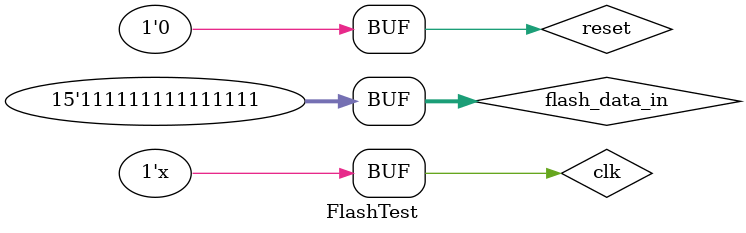
<source format=v>
module FlashTest();

reg clk;
reg reset; // high active
reg [14:0] flash_data_in;
wire [6:0] seg_out;
wire [7:0] seg_ctrl;
wire [3:0] flash_dq;
wire flash_cs;

reg flash_en;
reg flash_write;
reg [23:0] flash_addr;
// reg [31:0] flash_data_in;
reg [7:0] counter;

wire [11:0] state_to_cpu;
// wire [31:0] flash_data_out;

wire SI;
wire tri_si;
wire [3:0] quad_io;
wire [31:0] buffer_val;

initial begin
    reset = 1;
    clk = 0;
    #10;
    reset = 0;
    flash_data_in = 15'h7fff;
end

always begin
    #1;
    clk = ~clk;
end

always @ (posedge clk) begin
    if(reset) begin
        flash_en <= 0;
        flash_write <= 0;
        flash_addr <= 0;
        // flash_data_in <= 0;
        counter <= 0;
    end
    else begin
        flash_en <= 1;
        counter <= counter + 1;
        if (counter == 1) begin
            flash_addr <= flash_addr + 24'd4;
        end
    end
end

STARTUPE2 #(
	.PROG_USR("FALSE"),  // Activate program event security feature. Requires encrypted bitstreams.
	.SIM_CCLK_FREQ(10.0)  // Set the Configuration Clock Frequency(ns) for simulation.
)
STARTUPE2_inst (
	.CFGCLK(),              // 1-bit output: Configuration main clock output
	.CFGMCLK(),             // 1-bit output: Configuration internal oscillator clock output
	.EOS(EOS),              // 1-bit output: Active high output signal indicating the End Of Startup.
	.PREQ(),                // 1-bit output: PROGRAM request to fabric output
	.CLK(1'b0),             // 1-bit input: User start-up clock input
	.GSR(1'b0),             // 1-bit input: Global Set/Reset input (GSR cannot be used for the port name)
	.GTS(1'b0),             // 1-bit input: Global 3-state input (GTS cannot be used for the port name)
	.KEYCLEARB(1'b0),       // 1-bit input: Clear AES Decrypter Key input from Battery-Backed RAM (BBRAM)
	.PACK(1'b0),             // 1-bit input: PROGRAM acknowledge input
	.USRCCLKO(~clk),   // 1-bit input: User CCLK input
	.USRCCLKTS(1'b0), // 1-bit input: User CCLK 3-state enable input
	.USRDONEO(1'b1),   // 1-bit input: User DONE pin output control
	.USRDONETS(1'b1)  // 1-bit input: User DONE 3-state enable output
);

SPIFlashModule SPIFlashModule(
	.clk(clk),
	.reset(reset),
	.io_flash_en(flash_en),
	.io_flash_write(flash_write),
	.io_quad_io(quad_io),
	.io_flash_addr(flash_addr),
	.io_flash_data_in( {17'd0, flash_data_in} ),
	.io_flash_data_out(buffer_val),
	.io_state_to_cpu(state_to_cpu),
	.io_SI(SI),
	.io_tri_si(tri_si),
	.io_cs(flash_cs)
);

assign flash_dq[3:0] = tri_si ? 4'bzzzz : {3'd0, SI};
assign quad_io[3:0] = tri_si ? flash_dq[3:0] : 4'bzzzz;

seg_ctrl sc(
	.clk(clk),
	.hex1(state_to_cpu[0*4+3 : 0*4+0]),
	.hex2(state_to_cpu[1*4+3 : 1*4+0]),
    .hex3({1'b0, state_to_cpu[2*4+2 : 2*4+0]}),
	.hex4(buffer_val[3*4+3 : 3*4+0]),
	.hex5(buffer_val[4*4+3 : 4*4+0]),
	.hex6(buffer_val[5*4+3 : 5*4+0]),
	.hex7(buffer_val[6*4+3 : 6*4+0]),
	.hex8(buffer_val[7*4+3 : 7*4+0]),
	.seg_out(seg_out),
	.seg_ctrl(seg_ctrl)
);

endmodule

</source>
